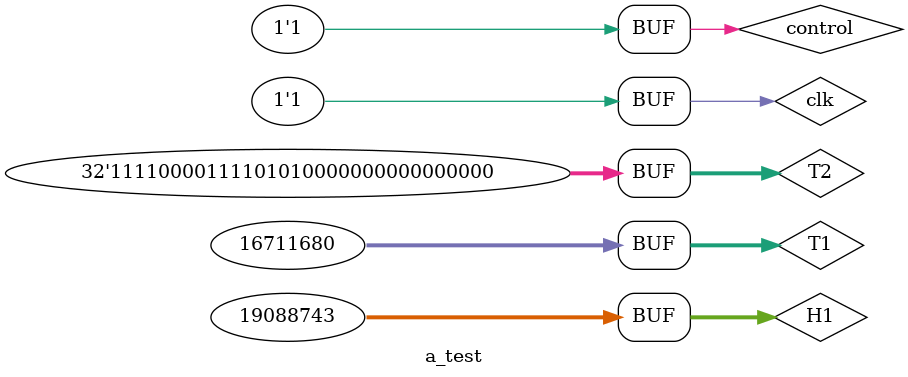
<source format=v>
`timescale 1ns / 1ps


module a_test;

	// Inputs
	reg clk;
	reg control;
	reg [31:0] H1;
	reg [31:0] T1;
	reg [31:0] T2;

	// Outputs
	wire [31:0] data_out;

	// Instantiate the Unit Under Test (UUT)
	a uut (
		.clk(clk), 
		.control(control), 
		.H1(H1), 
		.T1(T1), 
		.T2(T2), 
		.data_out(data_out)
	);

	initial begin
		// Initialize Inputs
		clk = 0;
		control = 0;
		H1 = 32'h01234567;
		T1 = 32'h0000FFFF;
		T2 = 32'hF0F50000;

		// Wait 100 ns for global reset to finish
		#100;
        
		// Add stimulus here
		
		clk = 1;
		#1;
		clk = 0;
		#1;
		clk = 1;
		#1;
		T1 = 32'h00FF0000;
		#1;
		clk = 0;
		#1;
		clk = 1;
		#1;
		control = 1;
		#1;
		clk = 0;
		#1;
		clk = 1;
	end
      
endmodule


</source>
